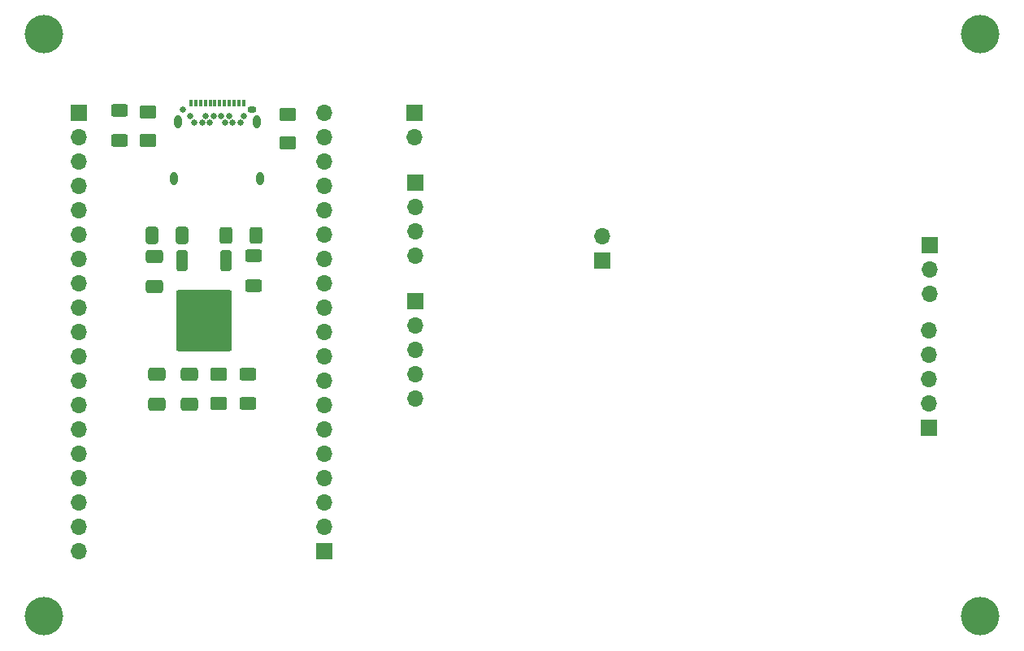
<source format=gbr>
%TF.GenerationSoftware,KiCad,Pcbnew,(7.0.0)*%
%TF.CreationDate,2023-04-14T16:10:36+02:00*%
%TF.ProjectId,display-brain-final,64697370-6c61-4792-9d62-7261696e2d66,rev?*%
%TF.SameCoordinates,Original*%
%TF.FileFunction,Soldermask,Top*%
%TF.FilePolarity,Negative*%
%FSLAX46Y46*%
G04 Gerber Fmt 4.6, Leading zero omitted, Abs format (unit mm)*
G04 Created by KiCad (PCBNEW (7.0.0)) date 2023-04-14 16:10:36*
%MOMM*%
%LPD*%
G01*
G04 APERTURE LIST*
G04 Aperture macros list*
%AMRoundRect*
0 Rectangle with rounded corners*
0 $1 Rounding radius*
0 $2 $3 $4 $5 $6 $7 $8 $9 X,Y pos of 4 corners*
0 Add a 4 corners polygon primitive as box body*
4,1,4,$2,$3,$4,$5,$6,$7,$8,$9,$2,$3,0*
0 Add four circle primitives for the rounded corners*
1,1,$1+$1,$2,$3*
1,1,$1+$1,$4,$5*
1,1,$1+$1,$6,$7*
1,1,$1+$1,$8,$9*
0 Add four rect primitives between the rounded corners*
20,1,$1+$1,$2,$3,$4,$5,0*
20,1,$1+$1,$4,$5,$6,$7,0*
20,1,$1+$1,$6,$7,$8,$9,0*
20,1,$1+$1,$8,$9,$2,$3,0*%
G04 Aperture macros list end*
%ADD10RoundRect,0.250000X-0.625000X0.400000X-0.625000X-0.400000X0.625000X-0.400000X0.625000X0.400000X0*%
%ADD11C,4.000000*%
%ADD12RoundRect,0.250000X0.625000X-0.400000X0.625000X0.400000X-0.625000X0.400000X-0.625000X-0.400000X0*%
%ADD13R,1.700000X1.700000*%
%ADD14O,1.700000X1.700000*%
%ADD15RoundRect,0.250000X-0.400000X-0.625000X0.400000X-0.625000X0.400000X0.625000X-0.400000X0.625000X0*%
%ADD16RoundRect,0.250000X-0.350000X0.850000X-0.350000X-0.850000X0.350000X-0.850000X0.350000X0.850000X0*%
%ADD17RoundRect,0.249997X-2.650003X2.950003X-2.650003X-2.950003X2.650003X-2.950003X2.650003X2.950003X0*%
%ADD18RoundRect,0.250001X0.624999X-0.462499X0.624999X0.462499X-0.624999X0.462499X-0.624999X-0.462499X0*%
%ADD19RoundRect,0.250001X-0.624999X0.462499X-0.624999X-0.462499X0.624999X-0.462499X0.624999X0.462499X0*%
%ADD20RoundRect,0.250000X-0.650000X0.412500X-0.650000X-0.412500X0.650000X-0.412500X0.650000X0.412500X0*%
%ADD21C,0.650000*%
%ADD22O,0.950000X0.650000*%
%ADD23R,0.300000X0.700000*%
%ADD24O,0.800000X1.400000*%
%ADD25RoundRect,0.250000X0.412500X0.650000X-0.412500X0.650000X-0.412500X-0.650000X0.412500X-0.650000X0*%
G04 APERTURE END LIST*
D10*
%TO.C,R2*%
X150675000Y-87720000D03*
X150675000Y-90820000D03*
%TD*%
D11*
%TO.C,TP2*%
X129400000Y-52300000D03*
%TD*%
D12*
%TO.C,R4*%
X151290000Y-78510000D03*
X151290000Y-75410000D03*
%TD*%
D13*
%TO.C,J3*%
X133099999Y-60479999D03*
D14*
X133099999Y-63019999D03*
X133099999Y-65559999D03*
X133099999Y-68099999D03*
X133099999Y-70639999D03*
X133099999Y-73179999D03*
X133099999Y-75719999D03*
X133099999Y-78259999D03*
X133099999Y-80799999D03*
X133099999Y-83339999D03*
X133099999Y-85879999D03*
X133099999Y-88419999D03*
X133099999Y-90959999D03*
X133099999Y-93499999D03*
X133099999Y-96039999D03*
X133099999Y-98579999D03*
X133099999Y-101119999D03*
X133099999Y-103659999D03*
X133099999Y-106199999D03*
%TD*%
D15*
%TO.C,R3*%
X148400000Y-73270000D03*
X151500000Y-73270000D03*
%TD*%
D13*
%TO.C,J8*%
X221699999Y-74319999D03*
D14*
X221699999Y-76859999D03*
X221699999Y-79399999D03*
%TD*%
D16*
%TO.C,U3*%
X148400000Y-75870000D03*
D17*
X146120000Y-82170000D03*
D16*
X143840000Y-75870000D03*
%TD*%
D18*
%TO.C,FB1*%
X140300000Y-63387500D03*
X140300000Y-60412500D03*
%TD*%
D13*
%TO.C,J5*%
X168099999Y-67759999D03*
D14*
X168099999Y-70299999D03*
X168099999Y-72839999D03*
X168099999Y-75379999D03*
%TD*%
D13*
%TO.C,J4*%
X158599999Y-106199999D03*
D14*
X158599999Y-103659999D03*
X158599999Y-101119999D03*
X158599999Y-98579999D03*
X158599999Y-96039999D03*
X158599999Y-93499999D03*
X158599999Y-90959999D03*
X158599999Y-88419999D03*
X158599999Y-85879999D03*
X158599999Y-83339999D03*
X158599999Y-80799999D03*
X158599999Y-78259999D03*
X158599999Y-75719999D03*
X158599999Y-73179999D03*
X158599999Y-70639999D03*
X158599999Y-68099999D03*
X158599999Y-65559999D03*
X158599999Y-63019999D03*
X158599999Y-60479999D03*
%TD*%
D10*
%TO.C,R1*%
X137300000Y-60250000D03*
X137300000Y-63350000D03*
%TD*%
D13*
%TO.C,J2*%
X168099999Y-80119999D03*
D14*
X168099999Y-82659999D03*
X168099999Y-85199999D03*
X168099999Y-87739999D03*
X168099999Y-90279999D03*
%TD*%
D13*
%TO.C,J6*%
X221664577Y-93309757D03*
D14*
X221664577Y-90769757D03*
X221664577Y-88229757D03*
X221664577Y-85689757D03*
X221664577Y-83149757D03*
%TD*%
D11*
%TO.C,TP3*%
X129400000Y-113000000D03*
%TD*%
D19*
%TO.C,FB2*%
X154800000Y-60612500D03*
X154800000Y-63587500D03*
%TD*%
D18*
%TO.C,D1*%
X147675000Y-90757500D03*
X147675000Y-87782500D03*
%TD*%
D11*
%TO.C,TP1*%
X227000000Y-52300000D03*
%TD*%
%TO.C,TP4*%
X227000000Y-113000000D03*
%TD*%
D20*
%TO.C,C3*%
X144585000Y-87740000D03*
X144585000Y-90865000D03*
%TD*%
%TO.C,C4*%
X141235000Y-87740000D03*
X141235000Y-90865000D03*
%TD*%
D21*
%TO.C,P1*%
X143900000Y-60140000D03*
D22*
X151099999Y-60139999D03*
D23*
X144749999Y-59479999D03*
X145249999Y-59479999D03*
X145749999Y-59479999D03*
X146249999Y-59479999D03*
X146749999Y-59479999D03*
X147249999Y-59479999D03*
X147749999Y-59479999D03*
X148249999Y-59479999D03*
X148749999Y-59479999D03*
X149249999Y-59479999D03*
X149749999Y-59479999D03*
X150249999Y-59479999D03*
D21*
X150300000Y-60790000D03*
X149900000Y-61490000D03*
X149100000Y-61490000D03*
X148700000Y-60790000D03*
X148300000Y-61490000D03*
X147900000Y-60790000D03*
X147100000Y-60790000D03*
X146700000Y-61490000D03*
X146300000Y-60790000D03*
X145900000Y-61490000D03*
X145100000Y-61490000D03*
X144700000Y-60790000D03*
D24*
X143009999Y-67339999D03*
X143369999Y-61389999D03*
X151629999Y-61389999D03*
X151989999Y-67339999D03*
%TD*%
D20*
%TO.C,C1*%
X140920000Y-75447500D03*
X140920000Y-78572500D03*
%TD*%
D25*
%TO.C,C2*%
X143812500Y-73250000D03*
X140687500Y-73250000D03*
%TD*%
D13*
%TO.C,J7*%
X168024999Y-60449999D03*
D14*
X168024999Y-62989999D03*
%TD*%
D13*
%TO.C,J1*%
X187568342Y-75899757D03*
D14*
X187568342Y-73359757D03*
%TD*%
M02*

</source>
